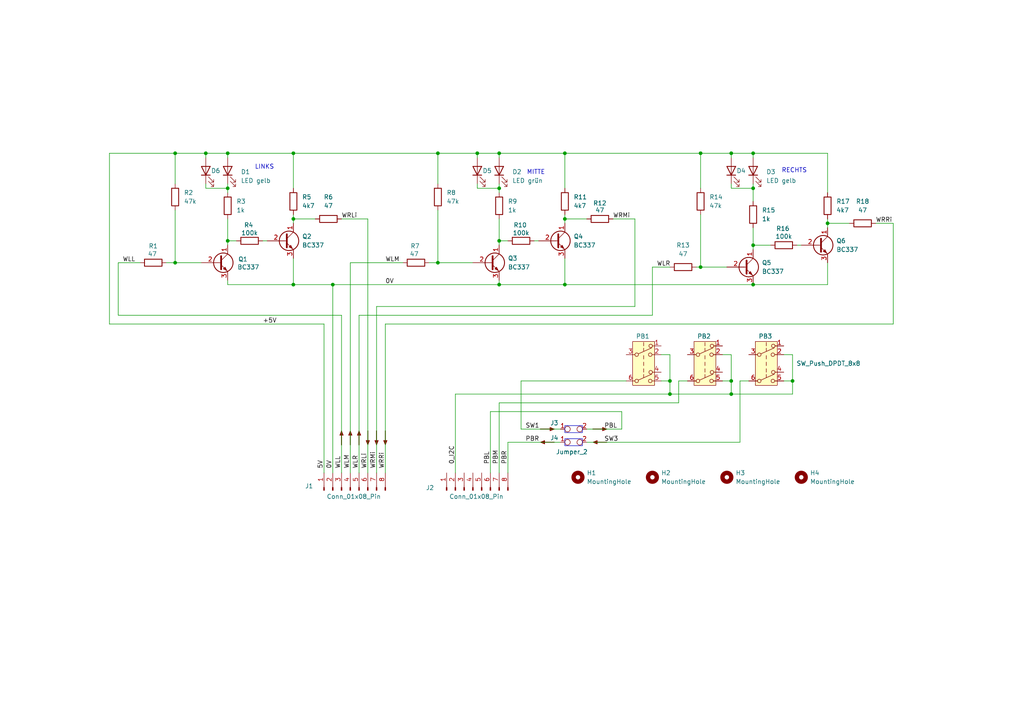
<source format=kicad_sch>
(kicad_sch (version 20231120) (generator "eeschema") (generator_version "8.0")
  (paper "A4")
  (title_block (date "2024-11-24"))
  (lib_symbols
    (symbol "Connector:Conn_01x08_Pin" (pin_names (offset 1.016) hide)
      (property "Reference" "J" (at 0 10.16 0))
      (property "Value" "Conn_01x08_Pin" (at 0 -12.7 0))
      (symbol "Conn_01x08_Pin_1_1"
        (polyline (pts (xy 1.27 -10.16) (xy 0.8636 -10.16)) (stroke (width 0.1524)))
        (polyline (pts (xy 1.27 -7.62) (xy 0.8636 -7.62)) (stroke (width 0.1524)))
        (polyline (pts (xy 1.27 -5.08) (xy 0.8636 -5.08)) (stroke (width 0.1524)))
        (polyline (pts (xy 1.27 -2.54) (xy 0.8636 -2.54)) (stroke (width 0.1524)))
        (polyline (pts (xy 1.27 0) (xy 0.8636 0)) (stroke (width 0.1524)))
        (polyline (pts (xy 1.27 2.54) (xy 0.8636 2.54)) (stroke (width 0.1524)))
        (polyline (pts (xy 1.27 5.08) (xy 0.8636 5.08)) (stroke (width 0.1524)))
        (polyline (pts (xy 1.27 7.62) (xy 0.8636 7.62)) (stroke (width 0.1524)))
        (rectangle (start 0.8636 -10.033) (end 0 -10.287) (stroke (width 0.1524)) (fill (type outline)))
        (rectangle (start 0.8636 -7.493) (end 0 -7.747) (stroke (width 0.1524)) (fill (type outline)))
        (rectangle (start 0.8636 -4.953) (end 0 -5.207) (stroke (width 0.1524)) (fill (type outline)))
        (rectangle (start 0.8636 -2.413) (end 0 -2.667) (stroke (width 0.1524)) (fill (type outline)))
        (rectangle (start 0.8636 0.127) (end 0 -0.127) (stroke (width 0.1524)) (fill (type outline)))
        (rectangle (start 0.8636 2.667) (end 0 2.413) (stroke (width 0.1524)) (fill (type outline)))
        (rectangle (start 0.8636 5.207) (end 0 4.953) (stroke (width 0.1524)) (fill (type outline)))
        (rectangle (start 0.8636 7.747) (end 0 7.493) (stroke (width 0.1524)) (fill (type outline)))
        (pin passive line (at 5.08 7.62 180) (length 3.81) (name "Pin_1") (number "1"))
        (pin passive line (at 5.08 5.08 180) (length 3.81) (name "Pin_2") (number "2"))
        (pin passive line (at 5.08 2.54 180) (length 3.81) (name "Pin_3") (number "3"))
        (pin passive line (at 5.08 0 180) (length 3.81) (name "Pin_4") (number "4"))
        (pin passive line (at 5.08 -2.54 180) (length 3.81) (name "Pin_5") (number "5"))
        (pin passive line (at 5.08 -5.08 180) (length 3.81) (name "Pin_6") (number "6"))
        (pin passive line (at 5.08 -7.62 180) (length 3.81) (name "Pin_7") (number "7"))
        (pin passive line (at 5.08 -10.16 180) (length 3.81) (name "Pin_8") (number "8"))
      )
    )
    (symbol "Device:LED" (pin_numbers hide) (pin_names (offset 1.016) hide)
      (property "Reference" "D" (at 0 2.54 0))
      (property "Value" "LED" (at 0 -2.54 0))
      (symbol "LED_0_1"
        (polyline (pts (xy -1.27 -1.27) (xy -1.27 1.27)) (stroke (width 0.254)))
        (polyline (pts (xy -1.27 0) (xy 1.27 0)))
        (polyline (pts (xy 1.27 -1.27) (xy 1.27 1.27) (xy -1.27 0) (xy 1.27 -1.27)) (stroke (width 0.254)))
        (polyline (pts (xy -3.048 -0.762) (xy -4.572 -2.286) (xy -3.81 -2.286) (xy -4.572 -2.286) (xy -4.572 -1.524)))
        (polyline (pts (xy -1.778 -0.762) (xy -3.302 -2.286) (xy -2.54 -2.286) (xy -3.302 -2.286) (xy -3.302 -1.524)))
      )
      (symbol "LED_1_1"
        (pin passive line (at -3.81 0 0) (length 2.54) (name "K") (number "1"))
        (pin passive line (at 3.81 0 180) (length 2.54) (name "A") (number "2"))
      )
    )
    (symbol "Device:R" (pin_numbers hide) (pin_names (offset 0))
      (property "Reference" "R" (at 2.032 0 90))
      (property "Value" "R" (at 0 0 90))
      (symbol "R_0_1"
        (rectangle (start -1.016 -2.54) (end 1.016 2.54) (stroke (width 0.254)))
      )
      (symbol "R_1_1"
        (pin passive line (at 0 3.81 270) (length 1.27) (name "~") (number "1"))
        (pin passive line (at 0 -3.81 90) (length 1.27) (name "~") (number "2"))
      )
    )
    (symbol "Graphic:SYM_Arrow_Small" (in_bom no) (on_board no)
      (symbol "SYM_Arrow_Small_0_1"
        (polyline (pts (xy 1.524 0) (xy -2.032 0)) (stroke (width 0.254)))
        (polyline (pts (xy 2.032 0) (xy 0.762 -0.508) (xy 0.762 0.508) (xy 2.032 0)) (fill (type outline)))
      )
    )
    (symbol "Transistor_BJT:BC337" (pin_names (offset 0) hide)
      (property "Reference" "Q" (at 5.08 1.905 0))
      (property "Value" "BC337" (at 5.08 0 0))
      (symbol "BC337_0_1"
        (polyline (pts (xy 0 0) (xy 0.635 0)))
        (polyline (pts (xy 0.635 0.635) (xy 2.54 2.54)))
        (polyline (pts (xy 0.635 -0.635) (xy 2.54 -2.54) (xy 2.54 -2.54)))
        (polyline (pts (xy 0.635 1.905) (xy 0.635 -1.905) (xy 0.635 -1.905)) (stroke (width 0.508)))
        (polyline (pts (xy 1.27 -1.778) (xy 1.778 -1.27) (xy 2.286 -2.286) (xy 1.27 -1.778) (xy 1.27 -1.778)) (fill (type outline)))
        (circle (center 1.27 0) (radius 2.8194) (stroke (width 0.254)))
      )
      (symbol "BC337_1_1"
        (pin passive line (at 2.54 5.08 270) (length 2.54) (name "C") (number "1"))
        (pin input line (at -5.08 0 0) (length 5.08) (name "B") (number "2"))
        (pin passive line (at 2.54 -5.08 90) (length 2.54) (name "E") (number "3"))
      )
    )
    (symbol "_kh_library:Jumper_2" (pin_names (offset 1.016) hide)
      (property "Reference" "J" (at 2.54 3.302 0))
      (property "Value" "Jumper_2" (at 3.81 -2.032 0))
      (symbol "Jumper_2_0_1"
        (circle (center 2.032 0) (radius 0.8032))
        (circle (center 5.588 0) (radius 0.8032))
      )
      (symbol "Jumper_2_1_1"
        (pin passive line (at 0 0 0) (length 1.27) (name "Pin_1") (number "1"))
        (pin passive line (at 7.62 0 180) (length 1.27) (name "Pin_2") (number "2"))
      )
    )
    (symbol "_kh_library:MountingHole" (pin_names (offset 1.016)) (exclude_from_sim yes) (in_bom no)
      (property "Reference" "H" (at 0 5.08 0))
      (property "Value" "MountingHole" (at 0 3.175 0))
      (symbol "MountingHole_0_1"
        (circle (center 0 0) (radius 1.27) (stroke (width 1.27)))
      )
    )
    (symbol "_kh_library:SW_Push_DPDT_8x8" (pin_names (offset 0) hide)
      (property "Reference" "SW" (at 0 10.16 0))
      (property "Value" "SW_Push_DPDT_8x8" (at -0.254 -5.08 0))
      (symbol "SW_Push_DPDT_8x8_0_0"
        (circle (center -2.032 -2.54) (radius 0.508))
        (circle (center -2.032 5.08) (radius 0.508))
        (circle (center 1.905 -2.54) (radius 0.508))
        (circle (center 1.905 5.08) (radius 0.508))
      )
      (symbol "SW_Push_DPDT_8x8_0_1"
        (polyline (pts (xy -1.524 -2.286) (xy 2.3368 -0.5588)))
        (polyline (pts (xy -1.524 5.334) (xy 2.3368 7.0612)))
        (polyline (pts (xy 0 -0.635) (xy 0 -1.524)))
        (polyline (pts (xy 0 0) (xy 0 1.016)))
        (polyline (pts (xy 0 1.905) (xy 0 2.921)))
        (polyline (pts (xy 0 6.985) (xy 0 6.096)))
        (circle (center 2.032 0) (radius 0.508))
        (circle (center 2.032 7.62) (radius 0.508))
      )
      (symbol "SW_Push_DPDT_8x8_1_1"
        (rectangle (start -3.175 8.89) (end 3.175 -3.81) (fill (type background)))
        (polyline (pts (xy 0 3.81) (xy 0 4.826)))
        (polyline (pts (xy 0 7.62) (xy 0 8.636)))
        (pin passive line (at 5.08 7.62 180) (length 2.54) (name "A") (number "1"))
        (pin passive line (at 5.08 5.08 180) (length 2.54) (name "B") (number "2"))
        (pin passive line (at -5.08 5.08 0) (length 2.54) (name "C") (number "3"))
        (pin passive line (at 5.08 0 180) (length 2.54) (name "A") (number "4"))
        (pin passive line (at 5.08 -2.54 180) (length 2.54) (name "B") (number "5"))
        (pin passive line (at -5.08 -2.54 0) (length 2.54) (name "C") (number "6"))
      )
    )
  )
  (junction (at 85.09 82.55))
  (junction (at 66.04 69.85))
  (junction (at 85.09 63.5))
  (junction (at 85.09 44.45))
  (junction (at 212.09 114.3))
  (junction (at 218.44 82.55))
  (junction (at 50.8 44.45))
  (junction (at 240.03 64.77))
  (junction (at 218.44 54.61))
  (junction (at 229.87 110.49))
  (junction (at 203.2 77.47))
  (junction (at 66.04 44.45))
  (junction (at 144.78 54.61))
  (junction (at 144.78 44.45))
  (junction (at 163.83 44.45))
  (junction (at 203.2 44.45))
  (junction (at 194.31 114.3))
  (junction (at 163.83 82.55))
  (junction (at 212.09 44.45))
  (junction (at 127 76.2))
  (junction (at 50.8 76.2))
  (junction (at 127 44.45))
  (junction (at 96.52 82.55))
  (junction (at 66.04 54.61))
  (junction (at 218.44 44.45))
  (junction (at 212.09 110.49))
  (junction (at 59.69 44.45))
  (junction (at 194.31 110.49))
  (junction (at 163.83 63.5))
  (junction (at 218.44 71.12))
  (junction (at 138.43 44.45))
  (junction (at 144.78 82.55))
  (junction (at 144.78 69.85))
  (wire (pts (xy 214.63 128.27) (xy 170.18 128.27)))
  (wire (pts (xy 99.06 137.16) (xy 99.06 91.44)))
  (wire (pts (xy 170.18 124.46) (xy 180.34 124.46)))
  (wire (pts (xy 66.04 82.55) (xy 85.09 82.55)))
  (wire (pts (xy 93.98 137.16) (xy 93.98 93.98)))
  (wire (pts (xy 34.29 91.44) (xy 34.29 76.2)))
  (wire (pts (xy 203.2 77.47) (xy 210.82 77.47)))
  (wire (pts (xy 147.32 128.27) (xy 147.32 137.16)))
  (wire (pts (xy 180.34 124.46) (xy 180.34 119.38)))
  (wire (pts (xy 144.78 82.55) (xy 163.83 82.55)))
  (wire (pts (xy 163.83 63.5) (xy 170.18 63.5)))
  (wire (pts (xy 138.43 44.45) (xy 144.78 44.45)))
  (wire (pts (xy 191.77 110.49) (xy 194.31 110.49)))
  (wire (pts (xy 127 60.96) (xy 127 76.2)))
  (wire (pts (xy 189.23 77.47) (xy 194.31 77.47)))
  (wire (pts (xy 163.83 44.45) (xy 163.83 54.61)))
  (wire (pts (xy 144.78 54.61) (xy 144.78 55.88)))
  (wire (pts (xy 184.15 88.9) (xy 109.22 88.9)))
  (wire (pts (xy 59.69 44.45) (xy 59.69 45.72)))
  (wire (pts (xy 214.63 110.49) (xy 214.63 128.27)))
  (wire (pts (xy 212.09 102.87) (xy 209.55 102.87)))
  (wire (pts (xy 194.31 102.87) (xy 191.77 102.87)))
  (wire (pts (xy 163.83 63.5) (xy 163.83 64.77)))
  (wire (pts (xy 50.8 76.2) (xy 58.42 76.2)))
  (wire (pts (xy 66.04 54.61) (xy 66.04 55.88)))
  (wire (pts (xy 196.85 110.49) (xy 196.85 116.84)))
  (wire (pts (xy 66.04 44.45) (xy 85.09 44.45)))
  (wire (pts (xy 209.55 110.49) (xy 212.09 110.49)))
  (wire (pts (xy 142.24 119.38) (xy 142.24 137.16)))
  (wire (pts (xy 154.94 69.85) (xy 156.21 69.85)))
  (wire (pts (xy 31.75 44.45) (xy 50.8 44.45)))
  (wire (pts (xy 85.09 63.5) (xy 85.09 64.77)))
  (wire (pts (xy 144.78 63.5) (xy 144.78 69.85)))
  (wire (pts (xy 66.04 82.55) (xy 66.04 81.28)))
  (wire (pts (xy 184.15 63.5) (xy 184.15 88.9)))
  (wire (pts (xy 85.09 63.5) (xy 91.44 63.5)))
  (wire (pts (xy 85.09 82.55) (xy 96.52 82.55)))
  (wire (pts (xy 229.87 110.49) (xy 229.87 114.3)))
  (wire (pts (xy 59.69 53.34) (xy 59.69 54.61)))
  (wire (pts (xy 151.13 124.46) (xy 162.56 124.46)))
  (wire (pts (xy 85.09 62.23) (xy 85.09 63.5)))
  (wire (pts (xy 144.78 69.85) (xy 147.32 69.85)))
  (wire (pts (xy 212.09 44.45) (xy 212.09 45.72)))
  (wire (pts (xy 132.08 114.3) (xy 194.31 114.3)))
  (wire (pts (xy 240.03 64.77) (xy 246.38 64.77)))
  (wire (pts (xy 194.31 102.87) (xy 194.31 110.49)))
  (wire (pts (xy 96.52 82.55) (xy 144.78 82.55)))
  (wire (pts (xy 212.09 53.34) (xy 212.09 54.61)))
  (wire (pts (xy 127 44.45) (xy 138.43 44.45)))
  (wire (pts (xy 212.09 54.61) (xy 218.44 54.61)))
  (wire (pts (xy 189.23 91.44) (xy 104.14 91.44)))
  (wire (pts (xy 194.31 114.3) (xy 212.09 114.3)))
  (wire (pts (xy 76.2 69.85) (xy 77.47 69.85)))
  (wire (pts (xy 259.08 64.77) (xy 259.08 93.98)))
  (wire (pts (xy 50.8 44.45) (xy 59.69 44.45)))
  (wire (pts (xy 96.52 82.55) (xy 96.52 137.16)))
  (wire (pts (xy 111.76 93.98) (xy 259.08 93.98)))
  (wire (pts (xy 240.03 64.77) (xy 240.03 66.04)))
  (wire (pts (xy 147.32 128.27) (xy 162.56 128.27)))
  (wire (pts (xy 31.75 93.98) (xy 31.75 44.45)))
  (wire (pts (xy 212.09 44.45) (xy 218.44 44.45)))
  (wire (pts (xy 229.87 102.87) (xy 227.33 102.87)))
  (wire (pts (xy 106.68 63.5) (xy 106.68 137.16)))
  (wire (pts (xy 163.83 44.45) (xy 203.2 44.45)))
  (wire (pts (xy 111.76 93.98) (xy 111.76 137.16)))
  (wire (pts (xy 132.08 137.16) (xy 132.08 114.3)))
  (wire (pts (xy 104.14 91.44) (xy 104.14 137.16)))
  (wire (pts (xy 99.06 63.5) (xy 106.68 63.5)))
  (wire (pts (xy 66.04 69.85) (xy 66.04 71.12)))
  (wire (pts (xy 212.09 110.49) (xy 212.09 102.87)))
  (wire (pts (xy 194.31 110.49) (xy 194.31 114.3)))
  (wire (pts (xy 181.61 110.49) (xy 151.13 110.49)))
  (wire (pts (xy 229.87 110.49) (xy 229.87 102.87)))
  (wire (pts (xy 218.44 53.34) (xy 218.44 54.61)))
  (wire (pts (xy 144.78 44.45) (xy 163.83 44.45)))
  (wire (pts (xy 203.2 44.45) (xy 212.09 44.45)))
  (wire (pts (xy 124.46 76.2) (xy 127 76.2)))
  (wire (pts (xy 109.22 88.9) (xy 109.22 137.16)))
  (wire (pts (xy 85.09 44.45) (xy 127 44.45)))
  (wire (pts (xy 50.8 44.45) (xy 50.8 53.34)))
  (wire (pts (xy 144.78 116.84) (xy 196.85 116.84)))
  (wire (pts (xy 48.26 76.2) (xy 50.8 76.2)))
  (wire (pts (xy 101.6 76.2) (xy 101.6 137.16)))
  (wire (pts (xy 217.17 110.49) (xy 214.63 110.49)))
  (wire (pts (xy 99.06 91.44) (xy 34.29 91.44)))
  (wire (pts (xy 151.13 110.49) (xy 151.13 124.46)))
  (wire (pts (xy 34.29 76.2) (xy 40.64 76.2)))
  (wire (pts (xy 203.2 62.23) (xy 203.2 77.47)))
  (wire (pts (xy 201.93 77.47) (xy 203.2 77.47)))
  (wire (pts (xy 218.44 71.12) (xy 218.44 72.39)))
  (wire (pts (xy 240.03 76.2) (xy 240.03 82.55)))
  (wire (pts (xy 212.09 110.49) (xy 212.09 114.3)))
  (wire (pts (xy 231.14 71.12) (xy 232.41 71.12)))
  (wire (pts (xy 254 64.77) (xy 259.08 64.77)))
  (wire (pts (xy 144.78 53.34) (xy 144.78 54.61)))
  (wire (pts (xy 138.43 53.34) (xy 138.43 54.61)))
  (wire (pts (xy 218.44 44.45) (xy 218.44 45.72)))
  (wire (pts (xy 138.43 44.45) (xy 138.43 45.72)))
  (wire (pts (xy 189.23 77.47) (xy 189.23 91.44)))
  (wire (pts (xy 240.03 55.88) (xy 240.03 44.45)))
  (wire (pts (xy 138.43 54.61) (xy 144.78 54.61)))
  (wire (pts (xy 101.6 76.2) (xy 116.84 76.2)))
  (wire (pts (xy 85.09 74.93) (xy 85.09 82.55)))
  (wire (pts (xy 144.78 69.85) (xy 144.78 71.12)))
  (wire (pts (xy 180.34 119.38) (xy 142.24 119.38)))
  (wire (pts (xy 218.44 71.12) (xy 223.52 71.12)))
  (wire (pts (xy 66.04 53.34) (xy 66.04 54.61)))
  (wire (pts (xy 218.44 66.04) (xy 218.44 71.12)))
  (wire (pts (xy 203.2 44.45) (xy 203.2 54.61)))
  (wire (pts (xy 93.98 93.98) (xy 31.75 93.98)))
  (wire (pts (xy 59.69 44.45) (xy 66.04 44.45)))
  (wire (pts (xy 163.83 82.55) (xy 218.44 82.55)))
  (wire (pts (xy 240.03 63.5) (xy 240.03 64.77)))
  (wire (pts (xy 177.8 63.5) (xy 184.15 63.5)))
  (wire (pts (xy 144.78 82.55) (xy 144.78 81.28)))
  (wire (pts (xy 144.78 45.72) (xy 144.78 44.45)))
  (wire (pts (xy 66.04 45.72) (xy 66.04 44.45)))
  (wire (pts (xy 199.39 110.49) (xy 196.85 110.49)))
  (wire (pts (xy 212.09 114.3) (xy 229.87 114.3)))
  (wire (pts (xy 218.44 44.45) (xy 240.03 44.45)))
  (wire (pts (xy 59.69 54.61) (xy 66.04 54.61)))
  (wire (pts (xy 218.44 54.61) (xy 218.44 58.42)))
  (wire (pts (xy 227.33 110.49) (xy 229.87 110.49)))
  (wire (pts (xy 50.8 60.96) (xy 50.8 76.2)))
  (wire (pts (xy 127 76.2) (xy 137.16 76.2)))
  (wire (pts (xy 163.83 62.23) (xy 163.83 63.5)))
  (wire (pts (xy 144.78 116.84) (xy 144.78 137.16)))
  (wire (pts (xy 163.83 74.93) (xy 163.83 82.55)))
  (wire (pts (xy 66.04 69.85) (xy 68.58 69.85)))
  (wire (pts (xy 66.04 63.5) (xy 66.04 69.85)))
  (wire (pts (xy 218.44 82.55) (xy 240.03 82.55)))
  (wire (pts (xy 127 44.45) (xy 127 53.34)))
  (wire (pts (xy 85.09 44.45) (xy 85.09 54.61)))
  (rectangle (start 163.83 127.254) (end 168.91 129.286))
  (rectangle (start 163.83 123.444) (end 168.91 125.476))
  (text "RECHTS" (at 230.378 49.53 0) (effects (font (size 1.27 1.27))))
  (text "MITTE" (at 155.448 50.038 0) (effects (font (size 1.27 1.27))))
  (text "LINKS" (at 76.708 48.514 0) (effects (font (size 1.27 1.27))))
  (label "SW3" (at 175.26 128.27 0))
  (label "WLM" (at 111.76 76.2 0))
  (label "PBL" (at 142.24 134.62 90))
  (label "WLL" (at 35.56 76.2 0))
  (label "WRMi" (at 109.22 135.89 90))
  (label "WLR" (at 190.5 77.47 0))
  (label "5V" (at 93.98 135.89 90))
  (label "WRRi" (at 254 64.77 0))
  (label "WLM" (at 101.6 135.89 90))
  (label "PBL" (at 175.26 124.46 0))
  (label "WRLi" (at 106.68 135.89 90))
  (label "WRLi" (at 99.06 63.5 0))
  (label "WRRi" (at 111.76 135.89 90))
  (label "PBR" (at 147.32 134.62 90))
  (label "SW1" (at 152.4 124.46 0))
  (label "WLL" (at 99.06 135.89 90))
  (label "+5V" (at 76.2 93.98 0))
  (label "PBR" (at 152.4 128.27 0))
  (label "WLR" (at 104.14 135.89 90))
  (label "0_I2C" (at 132.08 134.62 90))
  (label "0V" (at 111.76 82.55 0))
  (label "PBM" (at 144.78 134.62 90))
  (label "WRMi" (at 177.8 63.5 0))
  (label "0V" (at 96.52 135.89 90))
  (symbol (lib_id "Device:R") (at 250.19 64.77 90) (unit 1)
    (property "Reference" "R18" (at 250.19 58.42 90))
    (property "Value" "47" (at 250.19 60.96 90))
    (property "Footprint" "Resistor_THT:R_Axial_DIN0204_L3.6mm_D1.6mm_P2.54mm_Vertical" (effects (hide yes)))
  )
  (symbol (lib_id "_kh_library:SW_Push_DPDT_8x8") (at 204.47 107.95 0) (unit 1)
    (property "Reference" "PB2" (at 204.216 97.536 0))
    (property "Value" "SW_Push_DPDT_8x8" (at 240.284 105.41 0))
    (property "Footprint" "_kh_library:SW_Push_DPDT_8x8" (effects (hide yes)))
    (property "Description" "Taster_2xUM" (effects (hide yes)))
  )
  (symbol (lib_id "Device:R") (at 66.04 59.69 0) (unit 1)
    (property "Reference" "R3" (at 68.58 58.42 0) (effects (justify left)))
    (property "Value" "1k" (at 68.58 60.96 0) (effects (justify left)))
    (property "Footprint" "Resistor_THT:R_Axial_DIN0204_L3.6mm_D1.6mm_P2.54mm_Vertical" (effects (hide yes)))
  )
  (symbol (lib_id "Graphic:SYM_Arrow_Small") (at 106.68 127 270) (unit 1) (exclude_from_sim yes) (in_bom no) (on_board no)
    (property "Reference" "#SYM1" (effects (hide yes)))
    (property "Value" "SYM_Arrow_Small" (effects (hide yes)))
    (property "Description" "Filled arrow, 160mil" (effects (hide yes)))
  )
  (symbol (lib_id "Device:R") (at 72.39 69.85 90) (unit 1)
    (property "Reference" "R4" (at 72.136 65.278 90))
    (property "Value" "100k" (at 72.39 67.564 90))
    (property "Footprint" "Resistor_THT:R_Axial_DIN0204_L3.6mm_D1.6mm_P2.54mm_Vertical" (effects (hide yes)))
  )
  (symbol (lib_id "Device:LED") (at 66.04 49.53 90) (unit 1)
    (property "Reference" "D1" (at 69.85 49.8474 90) (effects (justify right)))
    (property "Value" "LED gelb" (at 69.85 52.3874 90) (effects (justify right)))
    (property "Footprint" "LED_THT:LED_D3.0mm" (effects (hide yes)))
  )
  (symbol (lib_id "Device:R") (at 151.13 69.85 90) (unit 1)
    (property "Reference" "R10" (at 150.876 65.278 90))
    (property "Value" "100k" (at 151.13 67.564 90))
    (property "Footprint" "_kh_library:R_Axial_DIN0204_L3.6mm_D1.6mm_P2.54mm_Vertical_kh" (effects (hide yes)))
  )
  (symbol (lib_id "Graphic:SYM_Arrow_Small") (at 173.99 124.46 0) (unit 1) (exclude_from_sim yes) (in_bom no) (on_board no)
    (property "Reference" "#SYM10" (effects (hide yes)))
    (property "Value" "SYM_Arrow_Small" (effects (hide yes)))
    (property "Description" "Filled arrow, 160mil" (effects (hide yes)))
  )
  (symbol (lib_id "Device:LED") (at 144.78 49.53 90) (unit 1)
    (property "Reference" "D2" (at 148.59 49.8474 90) (effects (justify right)))
    (property "Value" "LED grün" (at 148.59 52.3874 90) (effects (justify right)))
    (property "Footprint" "LED_THT:LED_D3.0mm" (effects (hide yes)))
  )
  (symbol (lib_id "Device:R") (at 144.78 59.69 0) (unit 1)
    (property "Reference" "R9" (at 147.32 58.4199 0) (effects (justify left)))
    (property "Value" "1k" (at 147.32 60.9599 0) (effects (justify left)))
    (property "Footprint" "Resistor_THT:R_Axial_DIN0204_L3.6mm_D1.6mm_P2.54mm_Vertical" (effects (hide yes)))
  )
  (symbol (lib_id "Device:R") (at 163.83 58.42 0) (unit 1)
    (property "Reference" "R11" (at 166.37 57.1499 0) (effects (justify left)))
    (property "Value" "4k7" (at 166.37 59.6899 0) (effects (justify left)))
    (property "Footprint" "Resistor_THT:R_Axial_DIN0204_L3.6mm_D1.6mm_P2.54mm_Vertical" (effects (hide yes)))
  )
  (symbol (lib_id "Device:R") (at 50.8 57.15 180) (unit 1)
    (property "Reference" "R2" (at 53.34 55.88 0) (effects (justify right)))
    (property "Value" "47k" (at 53.34 58.42 0) (effects (justify right)))
    (property "Footprint" "Resistor_THT:R_Axial_DIN0204_L3.6mm_D1.6mm_P2.54mm_Vertical" (effects (hide yes)))
  )
  (symbol (lib_id "Graphic:SYM_Arrow_Small") (at 104.14 127 90) (unit 1) (exclude_from_sim yes) (in_bom no) (on_board no)
    (property "Reference" "#SYM6" (effects (hide yes)))
    (property "Value" "SYM_Arrow_Small" (effects (hide yes)))
    (property "Description" "Filled arrow, 160mil" (effects (hide yes)))
  )
  (symbol (lib_id "Device:R") (at 44.45 76.2 270) (unit 1)
    (property "Reference" "R1" (at 44.45 71.374 90))
    (property "Value" "47" (at 44.196 73.66 90))
    (property "Footprint" "_kh_library:R_Axial_DIN0204_L3.6mm_D1.6mm_P3.81mm_Vertical_kh" (effects (hide yes)))
  )
  (symbol (lib_id "_kh_library:Jumper_2") (at 162.56 128.27 0) (unit 1)
    (property "Reference" "J4" (at 160.782 127 0))
    (property "Value" "Jumper_2" (at 165.862 131.064 0))
    (property "Footprint" "_kh_library:PinSocket_1x02_P2.54mm_Vertical_kh" (effects (hide yes)))
    (property "Description" "Jumper_2" (effects (hide yes)))
  )
  (symbol (lib_id "Device:R") (at 198.12 77.47 270) (unit 1)
    (property "Reference" "R13" (at 198.12 71.12 90))
    (property "Value" "47" (at 198.12 73.66 90))
    (property "Footprint" "Resistor_THT:R_Axial_DIN0204_L3.6mm_D1.6mm_P2.54mm_Vertical" (effects (hide yes)))
  )
  (symbol (lib_id "_kh_library:MountingHole") (at 167.64 138.43 0) (unit 1) (exclude_from_sim yes) (in_bom no)
    (property "Reference" "H1" (at 170.18 137.1599 0) (effects (justify left)))
    (property "Value" "MountingHole" (at 170.18 139.6999 0) (effects (justify left)))
    (property "Footprint" "_kh_library:MountingHole_2.2mm_M2_Pad_TopBottom_kh" (effects (hide yes)))
    (property "Description" "Mounting Hole without connection" (effects (hide yes)))
  )
  (symbol (lib_id "Device:R") (at 95.25 63.5 90) (unit 1)
    (property "Reference" "R6" (at 95.25 57.15 90))
    (property "Value" "47" (at 95.25 59.69 90))
    (property "Footprint" "Resistor_THT:R_Axial_DIN0204_L3.6mm_D1.6mm_P2.54mm_Vertical" (effects (hide yes)))
  )
  (symbol (lib_id "Device:R") (at 218.44 62.23 0) (unit 1)
    (property "Reference" "R15" (at 220.98 60.9599 0) (effects (justify left)))
    (property "Value" "1k" (at 220.98 63.4999 0) (effects (justify left)))
    (property "Footprint" "Resistor_THT:R_Axial_DIN0204_L3.6mm_D1.6mm_P2.54mm_Vertical" (effects (hide yes)))
  )
  (symbol (lib_id "_kh_library:SW_Push_DPDT_8x8") (at 222.25 107.95 0) (unit 1)
    (property "Reference" "PB3" (at 221.996 97.536 0))
    (property "Value" "SW_Push_DPDT_8x8" (effects (hide yes)))
    (property "Footprint" "_kh_library:SW_Push_DPDT_8x8" (effects (hide yes)))
    (property "Description" "Taster_2xUM" (effects (hide yes)))
  )
  (symbol (lib_id "Device:LED") (at 138.43 49.53 90) (unit 1)
    (property "Reference" "D5" (at 139.954 49.53 90) (effects (justify right)))
    (property "Value" "LED grün" (effects (hide yes)))
    (property "Footprint" "LED_THT:LED_D3.0mm" (effects (hide yes)))
  )
  (symbol (lib_id "Device:LED") (at 218.44 49.53 90) (unit 1)
    (property "Reference" "D3" (at 222.25 49.8474 90) (effects (justify right)))
    (property "Value" "LED gelb" (at 222.25 52.3874 90) (effects (justify right)))
    (property "Footprint" "LED_THT:LED_D3.0mm" (effects (hide yes)))
  )
  (symbol (lib_id "Device:R") (at 227.33 71.12 90) (unit 1)
    (property "Reference" "R16" (at 227.076 66.294 90))
    (property "Value" "100k" (at 227.33 68.58 90))
    (property "Footprint" "_kh_library:R_Axial_DIN0204_L3.6mm_D1.6mm_P3.81mm_Vertical_kh" (effects (hide yes)))
  )
  (symbol (lib_id "Transistor_BJT:BC337") (at 63.5 76.2 0) (unit 1)
    (property "Reference" "Q1" (at 69.088 75.184 0) (effects (justify left)))
    (property "Value" "BC337" (at 68.834 77.47 0) (effects (justify left)))
    (property "Footprint" "_kh_library:TO-92_Inline_Wide_custom" (effects (hide yes)))
    (property "Datasheet" "https://diotec.com/tl_files/diotec/files/pdf/datasheets/bc337.pdf" (effects (hide yes)))
  )
  (symbol (lib_id "Graphic:SYM_Arrow_Small") (at 173.99 128.27 180) (unit 1) (exclude_from_sim yes) (in_bom no) (on_board no)
    (property "Reference" "#SYM7" (effects (hide yes)))
    (property "Value" "SYM_Arrow_Small" (effects (hide yes)))
    (property "Description" "Filled arrow, 160mil" (effects (hide yes)))
  )
  (symbol (lib_id "_kh_library:Jumper_2") (at 162.56 124.46 0) (unit 1)
    (property "Reference" "J3" (at 160.782 122.682 0))
    (property "Value" "Jumper_2" (effects (hide yes)))
    (property "Footprint" "_kh_library:PinSocket_1x02_P2.54mm_Vertical_kh" (effects (hide yes)))
    (property "Description" "Jumper_2" (effects (hide yes)))
  )
  (symbol (lib_id "Transistor_BJT:BC337") (at 161.29 69.85 0) (unit 1)
    (property "Reference" "Q4" (at 166.37 68.5799 0) (effects (justify left)))
    (property "Value" "BC337" (at 166.37 71.1199 0) (effects (justify left)))
    (property "Footprint" "_kh_library:TO-92_Inline_Wide_custom" (effects (hide yes)))
    (property "Datasheet" "https://diotec.com/tl_files/diotec/files/pdf/datasheets/bc337.pdf" (effects (hide yes)))
  )
  (symbol (lib_id "Device:R") (at 240.03 59.69 0) (unit 1)
    (property "Reference" "R17" (at 242.57 58.4199 0) (effects (justify left)))
    (property "Value" "4k7" (at 242.57 60.9599 0) (effects (justify left)))
    (property "Footprint" "Resistor_THT:R_Axial_DIN0204_L3.6mm_D1.6mm_P2.54mm_Vertical" (effects (hide yes)))
  )
  (symbol (lib_id "Device:R") (at 203.2 58.42 180) (unit 1)
    (property "Reference" "R14" (at 205.74 57.1499 0) (effects (justify right)))
    (property "Value" "47k" (at 205.74 59.6899 0) (effects (justify right)))
    (property "Footprint" "Resistor_THT:R_Axial_DIN0204_L3.6mm_D1.6mm_P2.54mm_Vertical" (effects (hide yes)))
  )
  (symbol (lib_id "Graphic:SYM_Arrow_Small") (at 111.76 127 270) (unit 1) (exclude_from_sim yes) (in_bom no) (on_board no)
    (property "Reference" "#SYM3" (effects (hide yes)))
    (property "Value" "SYM_Arrow_Small" (effects (hide yes)))
    (property "Description" "Filled arrow, 160mil" (effects (hide yes)))
  )
  (symbol (lib_id "Transistor_BJT:BC337") (at 237.49 71.12 0) (unit 1)
    (property "Reference" "Q6" (at 242.57 69.8499 0) (effects (justify left)))
    (property "Value" "BC337" (at 242.57 72.3899 0) (effects (justify left)))
    (property "Footprint" "_kh_library:TO-92_Inline_Wide_custom" (effects (hide yes)))
    (property "Datasheet" "https://diotec.com/tl_files/diotec/files/pdf/datasheets/bc337.pdf" (effects (hide yes)))
  )
  (symbol (lib_id "_kh_library:MountingHole") (at 210.82 138.43 0) (unit 1) (exclude_from_sim yes) (in_bom no)
    (property "Reference" "H3" (at 213.36 137.1599 0) (effects (justify left)))
    (property "Value" "MountingHole" (at 213.36 139.6999 0) (effects (justify left)))
    (property "Footprint" "_kh_library:MountingHole_2.2mm_M2_Pad_TopBottom_kh" (effects (hide yes)))
    (property "Description" "Mounting Hole without connection" (effects (hide yes)))
  )
  (symbol (lib_id "_kh_library:MountingHole") (at 189.23 138.43 0) (unit 1) (exclude_from_sim yes) (in_bom no)
    (property "Reference" "H2" (at 191.77 137.1599 0) (effects (justify left)))
    (property "Value" "MountingHole" (at 191.77 139.6999 0) (effects (justify left)))
    (property "Footprint" "_kh_library:MountingHole_2.2mm_M2_Pad_TopBottom_kh" (effects (hide yes)))
    (property "Description" "Mounting Hole without connection" (effects (hide yes)))
  )
  (symbol (lib_id "_kh_library:MountingHole") (at 232.41 138.43 0) (unit 1) (exclude_from_sim yes) (in_bom no)
    (property "Reference" "H4" (at 234.95 137.1599 0) (effects (justify left)))
    (property "Value" "MountingHole" (at 234.95 139.6999 0) (effects (justify left)))
    (property "Footprint" "_kh_library:MountingHole_2.2mm_M2_Pad_TopBottom_kh" (effects (hide yes)))
    (property "Description" "Mounting Hole without connection" (effects (hide yes)))
  )
  (symbol (lib_id "Transistor_BJT:BC337") (at 142.24 76.2 0) (unit 1)
    (property "Reference" "Q3" (at 147.32 74.93 0) (effects (justify left)))
    (property "Value" "BC337" (at 147.32 77.47 0) (effects (justify left)))
    (property "Footprint" "_kh_library:TO-92_Inline_Wide_custom" (effects (hide yes)))
    (property "Datasheet" "https://diotec.com/tl_files/diotec/files/pdf/datasheets/bc337.pdf" (effects (hide yes)))
  )
  (symbol (lib_id "Connector:Conn_01x08_Pin") (at 137.16 142.24 90) (unit 1)
    (property "Reference" "J2" (at 124.714 141.478 90))
    (property "Value" "Conn_01x08_Pin" (at 138.176 144.018 90))
    (property "Footprint" "_kh_library:PinSocket_1x08_P2.54mm_Vertical_11mm_kh" (effects (hide yes)))
    (property "Description" "Generic connector, single row, 01x08, script generated" (effects (hide yes)))
  )
  (symbol (lib_id "Graphic:SYM_Arrow_Small") (at 158.75 128.27 180) (unit 1) (exclude_from_sim yes) (in_bom no) (on_board no)
    (property "Reference" "#SYM9" (effects (hide yes)))
    (property "Value" "SYM_Arrow_Small" (effects (hide yes)))
    (property "Description" "Filled arrow, 160mil" (effects (hide yes)))
  )
  (symbol (lib_id "Graphic:SYM_Arrow_Small") (at 109.22 127 270) (unit 1) (exclude_from_sim yes) (in_bom no) (on_board no)
    (property "Reference" "#SYM2" (effects (hide yes)))
    (property "Value" "SYM_Arrow_Small" (effects (hide yes)))
    (property "Description" "Filled arrow, 160mil" (effects (hide yes)))
  )
  (symbol (lib_id "Transistor_BJT:BC337") (at 215.9 77.47 0) (unit 1)
    (property "Reference" "Q5" (at 220.98 76.1999 0) (effects (justify left)))
    (property "Value" "BC337" (at 220.98 78.7399 0) (effects (justify left)))
    (property "Footprint" "_kh_library:TO-92_Inline_Wide_custom" (effects (hide yes)))
    (property "Datasheet" "https://diotec.com/tl_files/diotec/files/pdf/datasheets/bc337.pdf" (effects (hide yes)))
  )
  (symbol (lib_id "Device:LED") (at 59.69 49.53 90) (unit 1)
    (property "Reference" "D6" (at 61.214 49.53 90) (effects (justify right)))
    (property "Value" "LED gelb" (effects (hide yes)))
    (property "Footprint" "LED_THT:LED_D3.0mm" (effects (hide yes)))
  )
  (symbol (lib_id "Graphic:SYM_Arrow_Small") (at 158.75 124.46 0) (unit 1) (exclude_from_sim yes) (in_bom no) (on_board no)
    (property "Reference" "#SYM8" (effects (hide yes)))
    (property "Value" "SYM_Arrow_Small" (effects (hide yes)))
    (property "Description" "Filled arrow, 160mil" (effects (hide yes)))
  )
  (symbol (lib_id "Device:R") (at 173.99 63.5 90) (unit 1)
    (property "Reference" "R12" (at 173.99 58.928 90))
    (property "Value" "47" (at 173.99 60.96 90))
    (property "Footprint" "_kh_library:R_Axial_DIN0204_L3.6mm_D1.6mm_P3.81mm_Vertical_kh" (effects (hide yes)))
  )
  (symbol (lib_id "Device:R") (at 120.65 76.2 270) (unit 1)
    (property "Reference" "R7" (at 120.396 71.374 90))
    (property "Value" "47" (at 120.142 73.66 90))
    (property "Footprint" "_kh_library:R_Axial_DIN0204_L3.6mm_D1.6mm_P2.54mm_Vertical_kh" (effects (hide yes)))
  )
  (symbol (lib_id "Transistor_BJT:BC337") (at 82.55 69.85 0) (unit 1)
    (property "Reference" "Q2" (at 87.63 68.58 0) (effects (justify left)))
    (property "Value" "BC337" (at 87.63 71.12 0) (effects (justify left)))
    (property "Footprint" "_kh_library:TO-92_Inline_Wide_custom" (effects (hide yes)))
    (property "Datasheet" "https://diotec.com/tl_files/diotec/files/pdf/datasheets/bc337.pdf" (effects (hide yes)))
  )
  (symbol (lib_id "Graphic:SYM_Arrow_Small") (at 99.06 127 90) (unit 1) (exclude_from_sim yes) (in_bom no) (on_board no)
    (property "Reference" "#SYM4" (effects (hide yes)))
    (property "Value" "SYM_Arrow_Small" (effects (hide yes)))
    (property "Description" "Filled arrow, 160mil" (effects (hide yes)))
  )
  (symbol (lib_id "_kh_library:SW_Push_DPDT_8x8") (at 186.69 107.95 0) (unit 1)
    (property "Reference" "PB1" (at 186.436 97.536 0))
    (property "Value" "SW_Push_DPDT_8x8" (effects (hide yes)))
    (property "Footprint" "_kh_library:SW_Push_DPDT_8x8" (effects (hide yes)))
    (property "Description" "Taster_2xUM" (effects (hide yes)))
  )
  (symbol (lib_id "Device:R") (at 85.09 58.42 0) (unit 1)
    (property "Reference" "R5" (at 87.63 57.15 0) (effects (justify left)))
    (property "Value" "4k7" (at 87.63 59.69 0) (effects (justify left)))
    (property "Footprint" "Resistor_THT:R_Axial_DIN0204_L3.6mm_D1.6mm_P2.54mm_Vertical" (effects (hide yes)))
  )
  (symbol (lib_id "Device:LED") (at 212.09 49.53 90) (unit 1)
    (property "Reference" "D4" (at 213.614 49.53 90) (effects (justify right)))
    (property "Value" "LED gelb" (effects (hide yes)))
    (property "Footprint" "LED_THT:LED_D3.0mm" (effects (hide yes)))
  )
  (symbol (lib_id "Device:R") (at 127 57.15 180) (unit 1)
    (property "Reference" "R8" (at 129.54 55.8799 0) (effects (justify right)))
    (property "Value" "47k" (at 129.54 58.4199 0) (effects (justify right)))
    (property "Footprint" "Resistor_THT:R_Axial_DIN0204_L3.6mm_D1.6mm_P2.54mm_Vertical" (effects (hide yes)))
  )
  (symbol (lib_id "Connector:Conn_01x08_Pin") (at 101.6 142.24 90) (unit 1)
    (property "Reference" "J1" (at 89.662 140.97 90))
    (property "Value" "Conn_01x08_Pin" (at 102.616 144.018 90))
    (property "Footprint" "_kh_library:PinSocket_1x08_P2.54mm_Vertical_11mm_kh" (effects (hide yes)))
    (property "Description" "Generic connector, single row, 01x08, script generated" (effects (hide yes)))
  )
  (symbol (lib_id "Graphic:SYM_Arrow_Small") (at 101.6 127 90) (unit 1) (exclude_from_sim yes) (in_bom no) (on_board no)
    (property "Reference" "#SYM5" (effects (hide yes)))
    (property "Value" "SYM_Arrow_Small" (effects (hide yes)))
    (property "Description" "Filled arrow, 160mil" (effects (hide yes)))
  )
)
</source>
